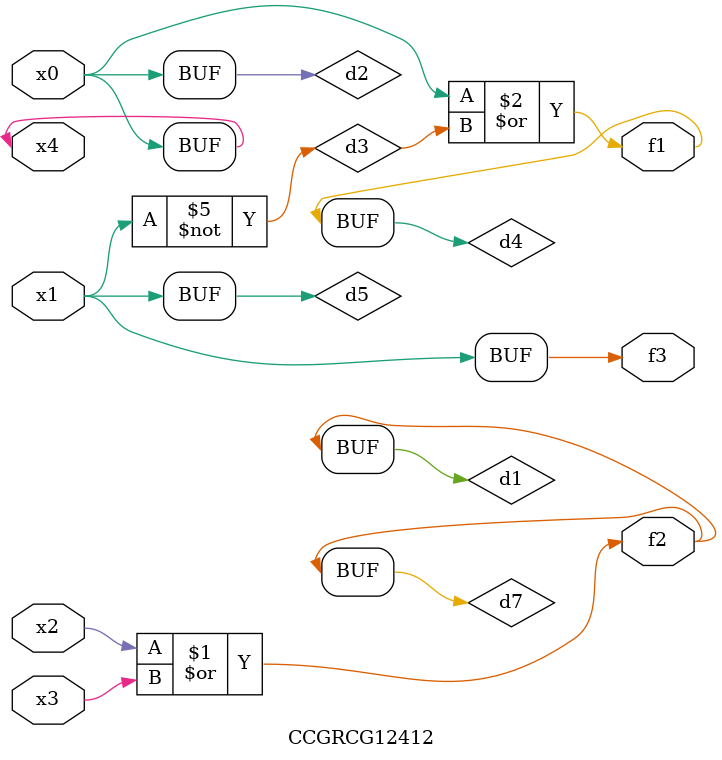
<source format=v>
module CCGRCG12412(
	input x0, x1, x2, x3, x4,
	output f1, f2, f3
);

	wire d1, d2, d3, d4, d5, d6, d7;

	or (d1, x2, x3);
	buf (d2, x0, x4);
	not (d3, x1);
	or (d4, d2, d3);
	not (d5, d3);
	nand (d6, d1, d3);
	or (d7, d1);
	assign f1 = d4;
	assign f2 = d7;
	assign f3 = d5;
endmodule

</source>
